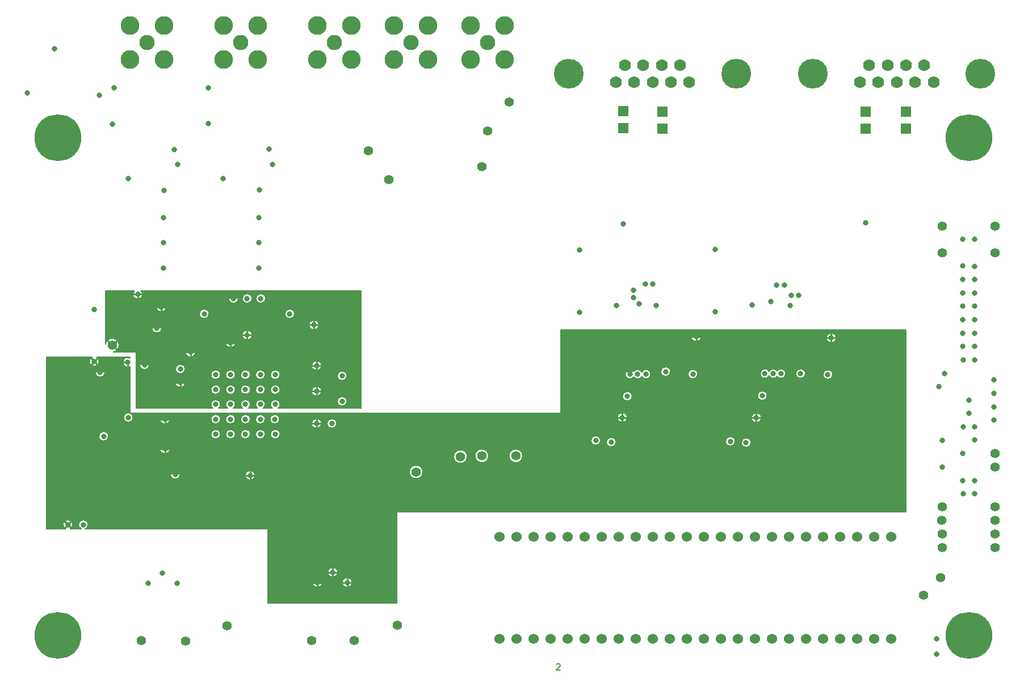
<source format=gbr>
%FSLAX23Y23*%
%MOIN*%
G04 EasyPC Gerber Version 17.0 Build 3379 *
%ADD14R,0.06000X0.06000*%
%ADD10C,0.00500*%
%ADD11C,0.01000*%
%ADD70C,0.03200*%
%ADD19C,0.05600*%
%ADD13C,0.06000*%
%ADD17C,0.07000*%
%ADD15C,0.09000*%
%ADD16C,0.11000*%
%ADD18C,0.17500*%
%ADD12C,0.27500*%
X0Y0D02*
D02*
D10*
X324Y903D02*
G75*
G02X309Y928I14J25D01*
G01*
G75*
G02X366I29*
G01*
G75*
G02X351Y903I-29*
G01*
X416*
G75*
G02X400Y928I11J25*
G01*
G75*
G02X455I28*
G01*
G75*
G02X439Y903I-28*
G01*
X1513*
Y468*
X2268*
Y1002*
X5258*
Y2072*
X3233*
Y1583*
X704*
G75*
G02X720Y1558I-11J-25*
G01*
G75*
G02X665I-28*
G01*
G75*
G02X703Y1583I28*
G01*
Y1858*
G75*
G02X659Y1883I-15J24*
G01*
G75*
G02X703Y1907I29*
G01*
Y1913*
X506*
G75*
G02X521Y1888I-14J-25*
G01*
G75*
G02X464I-29*
G01*
G75*
G02X479Y1913I29*
G01*
X213*
Y903*
X324*
X500Y1823D02*
G75*
G02X555I28D01*
G01*
G75*
G02X500I-28*
G01*
X520Y1448D02*
G75*
G02X575I28D01*
G01*
G75*
G02X520I-28*
G01*
X879Y1373D02*
G75*
G02X936I29D01*
G01*
G75*
G02X879I-29*
G01*
Y1548D02*
G75*
G02X936I29D01*
G01*
G75*
G02X879I-29*
G01*
X940Y1223D02*
G75*
G02X995I28D01*
G01*
G75*
G02X940I-28*
G01*
X1178Y1460D02*
G75*
G02X1233I28D01*
G01*
G75*
G02X1178I-28*
G01*
Y1548D02*
G75*
G02X1233I28D01*
G01*
G75*
G02X1178I-28*
G01*
X1265Y1460D02*
G75*
G02X1320I28D01*
G01*
G75*
G02X1265I-28*
G01*
Y1548D02*
G75*
G02X1320I28D01*
G01*
G75*
G02X1265I-28*
G01*
X1353Y1460D02*
G75*
G02X1408I28D01*
G01*
G75*
G02X1353I-28*
G01*
Y1548D02*
G75*
G02X1408I28D01*
G01*
G75*
G02X1353I-28*
G01*
X1379Y1218D02*
G75*
G02X1436I29D01*
G01*
G75*
G02X1379I-29*
G01*
X1440Y1460D02*
G75*
G02X1495I28D01*
G01*
G75*
G02X1440I-28*
G01*
Y1548D02*
G75*
G02X1495I28D01*
G01*
G75*
G02X1440I-28*
G01*
X1525D02*
G75*
G02X1580I28D01*
G01*
G75*
G02X1525I-28*
G01*
X1528Y1460D02*
G75*
G02X1583I28D01*
G01*
G75*
G02X1528I-28*
G01*
X1769Y1523D02*
G75*
G02X1826I29D01*
G01*
G75*
G02X1769I-29*
G01*
X1774Y588D02*
G75*
G02X1831I29D01*
G01*
G75*
G02X1774I-29*
G01*
X1860Y1523D02*
G75*
G02X1915I28D01*
G01*
G75*
G02X1860I-28*
G01*
X1864Y648D02*
G75*
G02X1921I29D01*
G01*
G75*
G02X1864I-29*
G01*
X1949Y588D02*
G75*
G02X2006I29D01*
G01*
G75*
G02X1949I-29*
G01*
X2343Y1238D02*
G75*
G02X2422I40D01*
G01*
G75*
G02X2343I-40*
G01*
X2603Y1328D02*
G75*
G02X2682I40D01*
G01*
G75*
G02X2603I-40*
G01*
X2768Y1372D02*
G75*
G02Y1293J-40D01*
G01*
G75*
G02Y1372J40*
G01*
X2968D02*
G75*
G02Y1293J-40D01*
G01*
G75*
G02Y1372J40*
G01*
X3410Y1423D02*
G75*
G02X3465I28D01*
G01*
G75*
G02X3410I-28*
G01*
X3500Y1413D02*
G75*
G02X3555I28D01*
G01*
G75*
G02X3500I-28*
G01*
X3564Y1558D02*
G75*
G02X3621I29D01*
G01*
G75*
G02X3564I-29*
G01*
X3595Y1683D02*
G75*
G02X3650I28D01*
G01*
G75*
G02X3595I-28*
G01*
X3660Y1797D02*
G75*
G02X3610Y1813I-23J16D01*
G01*
G75*
G02X3660Y1828I28*
G01*
G75*
G02X3708Y1824I23J-16*
G01*
G75*
G02X3760Y1813I25J-11*
G01*
G75*
G02X3708Y1801I-28*
G01*
G75*
G02X3660Y1797I-25J11*
G01*
X3820Y1828D02*
G75*
G02X3875I28D01*
G01*
G75*
G02X3820I-28*
G01*
X3980Y1813D02*
G75*
G02X4035I28D01*
G01*
G75*
G02X3980I-28*
G01*
X3999Y2033D02*
G75*
G02X4056I29D01*
G01*
G75*
G02X3999I-29*
G01*
X4200Y1418D02*
G75*
G02X4255I28D01*
G01*
G75*
G02X4200I-28*
G01*
X4293Y1411D02*
G75*
G02X4348I28D01*
G01*
G75*
G02X4293I-28*
G01*
X4352Y1556D02*
G75*
G02X4409I29D01*
G01*
G75*
G02X4352I-29*
G01*
X4388Y1686D02*
G75*
G02X4443I28D01*
G01*
G75*
G02X4388I-28*
G01*
X4455Y1804D02*
G75*
G02X4403Y1816I-25J11D01*
G01*
G75*
G02X4455Y1827I28*
G01*
G75*
G02X4503Y1831I25J-11*
G01*
G75*
G02X4553Y1816I23J-16*
G01*
G75*
G02X4503Y1800I-28*
G01*
G75*
G02X4455Y1804I-23J16*
G01*
X4613Y1816D02*
G75*
G02X4668I28D01*
G01*
G75*
G02X4613I-28*
G01*
X4773Y1811D02*
G75*
G02X4828I28D01*
G01*
G75*
G02X4773I-28*
G01*
X4792Y2026D02*
G75*
G02X4849I29D01*
G01*
G75*
G02X4792I-29*
G01*
X213Y1823D02*
G36*
Y1448D01*
X520*
G75*
G02X575I28*
G01*
X1181*
G75*
G02X1178Y1460I24J12*
G01*
G75*
G02X1233I28*
G01*
G75*
G02X1229Y1448I-28J0*
G01*
X1268*
G75*
G02X1265Y1460I24J12*
G01*
G75*
G02X1320I28*
G01*
G75*
G02X1317Y1448I-28J0*
G01*
X1356*
G75*
G02X1353Y1460I24J12*
G01*
G75*
G02X1408I28*
G01*
G75*
G02X1404Y1448I-28J0*
G01*
X1443*
G75*
G02X1440Y1460I24J12*
G01*
G75*
G02X1495I28*
G01*
G75*
G02X1492Y1448I-28J0*
G01*
X1531*
G75*
G02X1528Y1460I24J12*
G01*
G75*
G02X1583I28*
G01*
G75*
G02X1579Y1448I-28J0*
G01*
X3426*
G75*
G02X3449I11J-25*
G01*
X5258*
Y1548*
X4407*
G75*
G02X4353I-27J8*
G01*
X3619*
G75*
G02X3566I-27J10*
G01*
X1899*
G75*
G02X1915Y1523I-11J-25*
G01*
G75*
G02X1860I-28*
G01*
G75*
G02X1876Y1548I28*
G01*
X1811*
G75*
G02X1826Y1523I-14J-25*
G01*
G75*
G02X1769I-29*
G01*
G75*
G02X1784Y1548I29*
G01*
X1580*
G75*
G02X1525I-28*
G01*
X1495*
G75*
G02X1440I-28*
G01*
X1408*
G75*
G02X1353I-28*
G01*
X1320*
G75*
G02X1265I-28*
G01*
X1233*
G75*
G02X1178I-28*
G01*
X936*
G75*
G02X879I-29*
G01*
X718*
G75*
G02X665Y1558I-26J10*
G01*
G75*
G02X703Y1583I28*
G01*
Y1823*
X555*
G75*
G02X500I-28*
G01*
X213*
G37*
X500D02*
G36*
G75*
G02X555I28D01*
G01*
X703*
Y1858*
G75*
G02X659Y1883I-15J24*
G01*
G75*
G02X703Y1907I29*
G01*
Y1913*
X506*
G75*
G02X521Y1888I-14J-25*
G01*
G75*
G02X464I-29*
G01*
G75*
G02X479Y1913I29*
G01*
X213*
Y1823*
X500*
G37*
X3233D02*
G36*
Y1683D01*
X3595*
G75*
G02X3650I28*
G01*
X4388*
G75*
G02X4388Y1686I27J3*
G01*
G75*
G02X4443I28*
G01*
G75*
G02X4442Y1683I-28J0*
G01*
X5258*
Y1823*
X4825*
G75*
G02X4828Y1811I-25J-12*
G01*
G75*
G02X4773I-28*
G01*
G75*
G02X4775Y1823I28*
G01*
X4667*
G75*
G02X4668Y1816I-27J-7*
G01*
G75*
G02X4613I-28*
G01*
G75*
G02X4614Y1823I28*
G01*
X4552*
G75*
G02X4553Y1816I-27J-7*
G01*
G75*
G02X4503Y1800I-28*
G01*
G75*
G02X4455Y1804I-23J16*
G01*
G75*
G02X4403Y1816I-25J11*
G01*
G75*
G02X4404Y1823I28*
G01*
X4033*
G75*
G02X4035Y1813I-26J-10*
G01*
G75*
G02X3980I-28*
G01*
G75*
G02X3982Y1823I28J0*
G01*
X3875*
G75*
G02X3820I-27J5*
G01*
X3758*
G75*
G02X3760Y1813I-26J-10*
G01*
G75*
G02X3708Y1801I-28*
G01*
G75*
G02X3660Y1797I-25J11*
G01*
G75*
G02X3610Y1813I-23J16*
G01*
G75*
G02X3612Y1823I28J0*
G01*
X3233*
G37*
X3612D02*
G36*
G75*
G02X3660Y1828I26J-10D01*
G01*
G75*
G02X3708Y1824I23J-16*
G01*
G75*
G02X3758Y1823I25J-11*
G01*
X3820*
G75*
G02X3820Y1828I27J5*
G01*
G75*
G02X3875I28*
G01*
G75*
G02X3875Y1823I-28J0*
G01*
X3982*
G75*
G02X4033I26J-10*
G01*
X4404*
G75*
G02X4455Y1827I27J-7*
G01*
G75*
G02X4503Y1831I25J-11*
G01*
G75*
G02X4552Y1823I23J-16*
G01*
X4614*
G75*
G02X4667I27J-7*
G01*
X4775*
G75*
G02X4825I25J-12*
G01*
X5258*
Y2033*
X4848*
G75*
G02X4849Y2026I-28J-7*
G01*
G75*
G02X4792I-29*
G01*
G75*
G02X4793Y2033I29J0*
G01*
X4056*
G75*
G02X3999I-29*
G01*
X3233*
Y1823*
X3612*
G37*
X213Y1448D02*
G36*
Y1413D01*
X3412*
G75*
G02X3410Y1423I26J10*
G01*
G75*
G02X3426Y1448I28*
G01*
X1579*
G75*
G02X1531I-24J13*
G01*
X1492*
G75*
G02X1443I-24J13*
G01*
X1404*
G75*
G02X1356I-24J13*
G01*
X1317*
G75*
G02X1268I-24J13*
G01*
X1229*
G75*
G02X1181I-24J13*
G01*
X575*
G75*
G02X520I-28*
G01*
X213*
G37*
X3449D02*
G36*
G75*
G02X3465Y1423I-11J-25D01*
G01*
G75*
G02X3463Y1413I-28*
G01*
X3500*
G75*
G02X3555I28*
G01*
X4200*
G75*
G02X4200Y1418I27J5*
G01*
G75*
G02X4255I28*
G01*
G75*
G02X4255Y1413I-28J0*
G01*
X4293*
G75*
G02X4348I27J-2*
G01*
X5258*
Y1448*
X3449*
G37*
X213Y1373D02*
G36*
Y1328D01*
X2603*
G75*
G02X2682I40*
G01*
X2728*
G75*
G02X2768Y1372I39J5*
G01*
G75*
G02X2807Y1328J-40*
G01*
X2928*
G75*
G02X2968Y1372I39J5*
G01*
G75*
G02X3007Y1328J-40*
G01*
X5258*
Y1373*
X936*
G75*
G02X879I-29*
G01*
X213*
G37*
X879D02*
G36*
G75*
G02X936I29D01*
G01*
X5258*
Y1413*
X4348*
G75*
G02X4348Y1411I-27J-2*
G01*
G75*
G02X4293I-28*
G01*
G75*
G02X4293Y1413I27J0*
G01*
X4255*
G75*
G02X4200I-27J5*
G01*
X3555*
G75*
G02X3500I-28*
G01*
X3463*
G75*
G02X3412I-26J10*
G01*
X213*
Y1373*
X879*
G37*
Y1548D02*
G36*
G75*
G02X936I29D01*
G01*
X1178*
G75*
G02X1233I28*
G01*
X1265*
G75*
G02X1320I28*
G01*
X1353*
G75*
G02X1408I28*
G01*
X1440*
G75*
G02X1495I28*
G01*
X1525*
G75*
G02X1580I28*
G01*
X1784*
G75*
G02X1811I14J-25*
G01*
X1876*
G75*
G02X1899I11J-25*
G01*
X3566*
G75*
G02X3564Y1558I27J10*
G01*
G75*
G02X3621I29*
G01*
G75*
G02X3619Y1548I-29J0*
G01*
X4353*
G75*
G02X4352Y1556I27J8*
G01*
G75*
G02X4409I29*
G01*
G75*
G02X4407Y1548I-29J0*
G01*
X5258*
Y1683*
X4442*
G75*
G02X4388I-27J3*
G01*
X3650*
G75*
G02X3595I-28*
G01*
X3233*
Y1583*
X704*
G75*
G02X720Y1558I-11J-25*
G01*
G75*
G02X718Y1548I-28*
G01*
X879*
G37*
X213Y1223D02*
G36*
Y903D01*
X324*
G75*
G02X309Y928I14J25*
G01*
G75*
G02X366I29*
G01*
G75*
G02X351Y903I-29*
G01*
X416*
G75*
G02X400Y928I11J25*
G01*
G75*
G02X455I28*
G01*
G75*
G02X439Y903I-28*
G01*
X1513*
Y648*
X1864*
G75*
G02X1921I29*
G01*
X2268*
Y1002*
X5258*
Y1223*
X2419*
G75*
G02X2346I-37J15*
G01*
X1436*
G75*
G02X1436Y1218I-28J-5*
G01*
G75*
G02X1379I-29*
G01*
G75*
G02X1379Y1223I29J0*
G01*
X995*
G75*
G02X940I-28*
G01*
X213*
G37*
X940D02*
G36*
G75*
G02X995I28D01*
G01*
X1379*
G75*
G02X1436I28J-5*
G01*
X2346*
G75*
G02X2343Y1238I37J15*
G01*
G75*
G02X2422I40*
G01*
G75*
G02X2419Y1223I-40J0*
G01*
X5258*
Y1328*
X3007*
G75*
G02X2968Y1293I-39J5*
G01*
G75*
G02X2928Y1328J40*
G01*
X2807*
G75*
G02X2768Y1293I-39J5*
G01*
G75*
G02X2728Y1328J40*
G01*
X2682*
G75*
G02X2603I-40*
G01*
X213*
Y1223*
X940*
G37*
X1513Y588D02*
G36*
Y468D01*
X2268*
Y588*
X2006*
G75*
G02X1949I-29*
G01*
X1831*
G75*
G02X1774I-29*
G01*
X1513*
G37*
X1774D02*
G36*
G75*
G02X1831I29D01*
G01*
X1949*
G75*
G02X2006I29*
G01*
X2268*
Y648*
X1921*
G75*
G02X1864I-29*
G01*
X1513*
Y588*
X1774*
G37*
X3999Y2033D02*
G36*
G75*
G02X4056I29D01*
G01*
X4793*
G75*
G02X4848I28J-7*
G01*
X5258*
Y2072*
X3233*
Y2033*
X3999*
G37*
X558Y1989D02*
G75*
G02X638Y1983I40J-6D01*
G01*
G75*
G02X604Y1942I-41*
G01*
X738*
Y1613*
X1189*
G75*
G02X1178Y1635I16J23*
G01*
G75*
G02X1233I28*
G01*
G75*
G02X1221Y1613I-28*
G01*
X1277*
G75*
G02X1265Y1635I16J23*
G01*
G75*
G02X1320I28*
G01*
G75*
G02X1308Y1613I-28*
G01*
X1364*
G75*
G02X1353Y1635I16J23*
G01*
G75*
G02X1408I28*
G01*
G75*
G02X1396Y1613I-28*
G01*
X1452*
G75*
G02X1440Y1635I16J23*
G01*
G75*
G02X1495I28*
G01*
G75*
G02X1483Y1613I-28*
G01*
X1539*
G75*
G02X1528Y1635I16J23*
G01*
G75*
G02X1583I28*
G01*
G75*
G02X1571Y1613I-28*
G01*
X2058*
Y2303*
X768*
G75*
G02X776Y2283I-20J-20*
G01*
G75*
G02X719I-29*
G01*
G75*
G02X727Y2303I29*
G01*
X558*
Y1989*
X760Y1868D02*
G75*
G02X815I28D01*
G01*
G75*
G02X760I-28*
G01*
X833Y2083D02*
G75*
G02X888I28D01*
G01*
G75*
G02X833I-28*
G01*
X857Y2208D02*
G75*
G02X914I29D01*
G01*
G75*
G02X857I-29*
G01*
X969Y1763D02*
G75*
G02X1026I29D01*
G01*
G75*
G02X969I-29*
G01*
X970Y1843D02*
G75*
G02X1025I28D01*
G01*
G75*
G02X970I-28*
G01*
X1029Y1942D02*
G75*
G02X1086I29D01*
G01*
G75*
G02X1029I-29*
G01*
X1110Y2168D02*
G75*
G02X1165I28D01*
G01*
G75*
G02X1110I-28*
G01*
X1178Y1722D02*
G75*
G02X1233I28D01*
G01*
G75*
G02X1178I-28*
G01*
Y1810D02*
G75*
G02X1233I28D01*
G01*
G75*
G02X1178I-28*
G01*
X1264Y1998D02*
G75*
G02X1321I29D01*
G01*
G75*
G02X1264I-29*
G01*
X1265Y1722D02*
G75*
G02X1320I28D01*
G01*
G75*
G02X1265I-28*
G01*
Y1810D02*
G75*
G02X1320I28D01*
G01*
G75*
G02X1265I-28*
G01*
X1283Y2258D02*
G75*
G02X1338I28D01*
G01*
G75*
G02X1283I-28*
G01*
X1353Y1722D02*
G75*
G02X1408I28D01*
G01*
G75*
G02X1353I-28*
G01*
Y1810D02*
G75*
G02X1408I28D01*
G01*
G75*
G02X1353I-28*
G01*
X1361Y2043D02*
G75*
G02X1419I29D01*
G01*
G75*
G02X1361I-29*
G01*
X1363Y2258D02*
G75*
G02X1418I28D01*
G01*
G75*
G02X1363I-28*
G01*
X1440Y1722D02*
G75*
G02X1495I28D01*
G01*
G75*
G02X1440I-28*
G01*
Y1810D02*
G75*
G02X1495I28D01*
G01*
G75*
G02X1440I-28*
G01*
X1443Y2258D02*
G75*
G02X1498I28D01*
G01*
G75*
G02X1443I-28*
G01*
X1528Y1722D02*
G75*
G02X1583I28D01*
G01*
G75*
G02X1528I-28*
G01*
Y1810D02*
G75*
G02X1583I28D01*
G01*
G75*
G02X1528I-28*
G01*
X1613Y2168D02*
G75*
G02X1668I28D01*
G01*
G75*
G02X1613I-28*
G01*
X1754Y2103D02*
G75*
G02X1811I29D01*
G01*
G75*
G02X1754I-29*
G01*
X1769Y1713D02*
G75*
G02X1826I29D01*
G01*
G75*
G02X1769I-29*
G01*
Y1863D02*
G75*
G02X1826I29D01*
G01*
G75*
G02X1769I-29*
G01*
X1920Y1653D02*
G75*
G02X1975I28D01*
G01*
G75*
G02X1920I-28*
G01*
Y1803D02*
G75*
G02X1975I28D01*
G01*
G75*
G02X1920I-28*
G01*
X738Y1868D02*
G36*
Y1810D01*
X1178*
G75*
G02X1233I28*
G01*
X1265*
G75*
G02X1320I28*
G01*
X1353*
G75*
G02X1408I28*
G01*
X1440*
G75*
G02X1495I28*
G01*
X1528*
G75*
G02X1583I28*
G01*
X1921*
G75*
G02X1974I26J-8*
G01*
X2058*
Y1868*
X1826*
G75*
G02X1826Y1863I-28J-5*
G01*
G75*
G02X1769I-29*
G01*
G75*
G02X1769Y1868I29J0*
G01*
X1009*
G75*
G02X1025Y1843I-11J-25*
G01*
G75*
G02X970I-28*
G01*
G75*
G02X986Y1868I28*
G01*
X815*
G75*
G02X760I-28*
G01*
X738*
G37*
X760D02*
G36*
G75*
G02X815I28D01*
G01*
X986*
G75*
G02X1009I11J-25*
G01*
X1769*
G75*
G02X1826I28J-5*
G01*
X2058*
Y1942*
X1086*
G75*
G02X1029I-29*
G01*
X604*
X738*
Y1868*
X760*
G37*
X558Y2083D02*
G36*
Y2043D01*
X1361*
G75*
G02X1419I29*
G01*
X2058*
Y2083*
X1803*
G75*
G02X1762I-20J20*
G01*
X888*
G75*
G02X833I-28*
G01*
X558*
G37*
X833D02*
G36*
G75*
G02X888I28D01*
G01*
X1762*
G75*
G02X1754Y2103I20J20*
G01*
G75*
G02X1811I29*
G01*
G75*
G02X1803Y2083I-29*
G01*
X2058*
Y2168*
X1668*
G75*
G02X1613I-28*
G01*
X1165*
G75*
G02X1110I-28*
G01*
X558*
Y2083*
X833*
G37*
X558Y2208D02*
G36*
Y2168D01*
X1110*
G75*
G02X1165I28*
G01*
X1613*
G75*
G02X1668I28*
G01*
X2058*
Y2208*
X914*
G75*
G02X857I-29*
G01*
X558*
G37*
X857D02*
G36*
G75*
G02X914I29D01*
G01*
X2058*
Y2258*
X1498*
G75*
G02X1443I-28*
G01*
X1418*
G75*
G02X1363I-28*
G01*
X1338*
G75*
G02X1283I-28*
G01*
X761*
G75*
G02X719Y2283I-14J25*
G01*
G75*
G02X727Y2303I29*
G01*
X558*
Y2208*
X857*
G37*
X738Y1763D02*
G36*
Y1722D01*
X1178*
G75*
G02X1233I28*
G01*
X1265*
G75*
G02X1320I28*
G01*
X1353*
G75*
G02X1408I28*
G01*
X1440*
G75*
G02X1495I28*
G01*
X1528*
G75*
G02X1583I28*
G01*
X1771*
G75*
G02X1824I27J-10*
G01*
X2058*
Y1763*
X1026*
G75*
G02X969I-29*
G01*
X738*
G37*
X969D02*
G36*
G75*
G02X1026I29D01*
G01*
X2058*
Y1810*
X1974*
G75*
G02X1975Y1803I-26J-8*
G01*
G75*
G02X1920I-28*
G01*
G75*
G02X1921Y1810I27J0*
G01*
X1583*
G75*
G02X1528I-28*
G01*
X1495*
G75*
G02X1440I-28*
G01*
X1408*
G75*
G02X1353I-28*
G01*
X1320*
G75*
G02X1265I-28*
G01*
X1233*
G75*
G02X1178I-28*
G01*
X738*
Y1763*
X969*
G37*
X1029Y1942D02*
G36*
G75*
G02X1086I29D01*
G01*
X2058*
Y1998*
X1321*
G75*
G02X1264I-29*
G01*
X635*
G75*
G02X638Y1983I-38J-15*
G01*
G75*
G02X604Y1942I-41*
G01*
X1029*
G37*
X738Y1722D02*
G36*
Y1613D01*
X1189*
G75*
G02X1178Y1635I16J23*
G01*
G75*
G02X1233I28*
G01*
G75*
G02X1221Y1613I-28*
G01*
X1277*
G75*
G02X1265Y1635I16J23*
G01*
G75*
G02X1320I28*
G01*
G75*
G02X1308Y1613I-28*
G01*
X1364*
G75*
G02X1353Y1635I16J23*
G01*
G75*
G02X1408I28*
G01*
G75*
G02X1396Y1613I-28*
G01*
X1452*
G75*
G02X1440Y1635I16J23*
G01*
G75*
G02X1495I28*
G01*
G75*
G02X1483Y1613I-28*
G01*
X1539*
G75*
G02X1528Y1635I16J23*
G01*
G75*
G02X1576Y1653I28*
G01*
X1920*
G75*
G02X1975I28*
G01*
X2058*
Y1722*
X1824*
G75*
G02X1826Y1713I-27J-10*
G01*
G75*
G02X1769I-29*
G01*
G75*
G02X1771Y1722I29J0*
G01*
X1583*
G75*
G02X1528I-28*
G01*
X1495*
G75*
G02X1440I-28*
G01*
X1408*
G75*
G02X1353I-28*
G01*
X1320*
G75*
G02X1265I-28*
G01*
X1233*
G75*
G02X1178I-28*
G01*
X738*
G37*
X1264Y1998D02*
G36*
G75*
G02X1321I29D01*
G01*
X2058*
Y2043*
X1419*
G75*
G02X1361I-29*
G01*
X558*
Y1989*
G75*
G02X635Y1998I40J-6*
G01*
X1264*
G37*
X1283Y2258D02*
G36*
G75*
G02X1338I28D01*
G01*
X1363*
G75*
G02X1418I28*
G01*
X1443*
G75*
G02X1498I28*
G01*
X2058*
Y2303*
X768*
G75*
G02X776Y2283I-20J-20*
G01*
G75*
G02X761Y2258I-29*
G01*
X1283*
G37*
X1576Y1653D02*
G36*
G75*
G02X1583Y1635I-21J-18D01*
G01*
G75*
G02X1571Y1613I-28*
G01*
X2058*
Y1653*
X1975*
G75*
G02X1920I-28*
G01*
X1576*
G37*
X3230Y72D02*
X3205D01*
X3227Y94*
X3230Y100*
X3227Y106*
X3221Y109*
X3211*
X3205Y106*
D02*
D11*
X330Y920D02*
X316Y906D01*
X330Y935D02*
X316Y949D01*
X345Y920D02*
X359Y906D01*
X345Y935D02*
X359Y949D01*
X485Y1880D02*
X471Y1866D01*
X485Y1895D02*
X471Y1909D01*
X500Y1880D02*
X514Y1866D01*
X500Y1895D02*
X514Y1909D01*
X581Y1999D02*
X567Y2013D01*
X614Y1966D02*
X628Y1952D01*
X614Y1999D02*
X628Y2013D01*
X676Y1883D02*
X656D01*
X688Y1872D02*
Y1852D01*
X737Y2283D02*
X717D01*
X748Y2272D02*
Y2252D01*
X759Y2283D02*
X779D01*
X874Y2208D02*
X854D01*
X885Y2197D02*
Y2177D01*
Y2219D02*
Y2239D01*
X896Y2208D02*
X916D01*
X897Y1373D02*
X876D01*
X897Y1548D02*
X876D01*
X908Y1361D02*
Y1341D01*
Y1384D02*
Y1404D01*
Y1537D02*
Y1516D01*
Y1559D02*
Y1579D01*
X919Y1373D02*
X939D01*
X919Y1548D02*
X939D01*
X987Y1763D02*
X967D01*
X998Y1752D02*
Y1732D01*
Y1774D02*
Y1794D01*
X1009Y1763D02*
X1029D01*
X1047Y1942D02*
X1027D01*
X1058Y1932D02*
Y1911D01*
Y1954D02*
Y1974D01*
X1069Y1942D02*
X1089D01*
X1282Y1998D02*
X1262D01*
X1293Y1986D02*
Y1966D01*
Y2009D02*
Y2029D01*
X1304Y1998D02*
X1324D01*
X1379Y2043D02*
X1359D01*
X1390Y2031D02*
Y2011D01*
Y2054D02*
Y2074D01*
X1397Y1218D02*
X1377D01*
X1401Y2043D02*
X1421D01*
X1408Y1207D02*
Y1187D01*
Y1229D02*
Y1249D01*
X1419Y1218D02*
X1438D01*
X1772Y2103D02*
X1752D01*
X1783Y2092D02*
Y2072D01*
Y2114D02*
Y2134D01*
X1786Y1523D02*
X1766D01*
X1786Y1713D02*
X1766D01*
X1786Y1863D02*
X1766D01*
X1791Y588D02*
X1772D01*
X1794Y2103D02*
X1813D01*
X1798Y1512D02*
Y1492D01*
Y1534D02*
Y1554D01*
Y1702D02*
Y1682D01*
Y1724D02*
Y1744D01*
Y1852D02*
Y1831D01*
Y1874D02*
Y1894D01*
X1803Y577D02*
Y556D01*
Y599D02*
Y619D01*
X1809Y1523D02*
X1829D01*
X1809Y1713D02*
X1829D01*
X1809Y1863D02*
X1829D01*
X1813Y588D02*
X1834D01*
X1881Y648D02*
X1861D01*
X1893Y636D02*
Y617D01*
Y659D02*
Y679D01*
X1904Y648D02*
X1924D01*
X1966Y588D02*
X1947D01*
X1978Y577D02*
Y556D01*
Y599D02*
Y619D01*
X1988Y588D02*
X2009D01*
X3582Y1558D02*
X3562D01*
X3593Y1547D02*
Y1527D01*
Y1569D02*
Y1589D01*
X3603Y1558D02*
X3624D01*
X4017Y2033D02*
X3997D01*
X4028Y2022D02*
Y2002D01*
Y2044D02*
Y2063D01*
X4038Y2033D02*
X4059D01*
X4369Y1556D02*
X4349D01*
X4380Y1545D02*
Y1525D01*
Y1567D02*
Y1587D01*
X4391Y1556D02*
X4411D01*
X4809Y2026D02*
X4789D01*
X4820Y2015D02*
Y1995D01*
Y2037D02*
Y2057D01*
X4831Y2026D02*
X4851D01*
D02*
D12*
X278Y278D03*
Y3203D03*
X5628Y278D03*
Y3203D03*
D02*
D13*
X2873Y258D03*
Y858D03*
X2973Y258D03*
Y858D03*
X3073Y258D03*
Y858D03*
X3173Y258D03*
Y858D03*
X3273Y258D03*
Y858D03*
X3373Y258D03*
Y858D03*
X3473Y258D03*
Y858D03*
X3572Y258D03*
Y858D03*
X3673Y258D03*
Y858D03*
X3773Y258D03*
Y858D03*
X3873Y258D03*
Y858D03*
X3973Y258D03*
Y858D03*
X4072Y258D03*
Y858D03*
X4173Y258D03*
Y858D03*
X4273Y258D03*
Y858D03*
X4372Y258D03*
Y858D03*
X4473Y258D03*
Y858D03*
X4572Y258D03*
Y858D03*
X4673Y258D03*
Y858D03*
X4773Y258D03*
Y858D03*
X4872Y258D03*
Y858D03*
X4973Y258D03*
Y858D03*
X5072Y258D03*
Y858D03*
X5173Y258D03*
Y858D03*
D02*
D14*
X3599Y3259D03*
Y3359D03*
X3828Y3257D03*
Y3358D03*
X5021Y3258D03*
Y3358D03*
X5258Y3257D03*
Y3358D03*
D02*
D15*
X803Y3763D03*
X1353D03*
X1903D03*
X2353D03*
X2803D03*
D02*
D16*
X703Y3663D03*
Y3863D03*
X903Y3663D03*
Y3863D03*
X1252Y3663D03*
Y3863D03*
X1453Y3663D03*
Y3863D03*
X1803Y3663D03*
Y3863D03*
X2003Y3663D03*
Y3863D03*
X2253Y3663D03*
Y3863D03*
X2453Y3663D03*
Y3863D03*
X2703Y3663D03*
Y3863D03*
X2903Y3663D03*
Y3863D03*
D02*
D17*
X3555Y3531D03*
X3609Y3631D03*
X3663Y3531D03*
X3717Y3631D03*
X3771Y3531D03*
X3825Y3631D03*
X3879Y3531D03*
X3933Y3631D03*
X3987Y3531D03*
X4989D03*
X5043Y3631D03*
X5097Y3531D03*
X5151Y3631D03*
X5205Y3531D03*
X5259Y3631D03*
X5313Y3531D03*
X5367Y3631D03*
X5421Y3531D03*
D02*
D18*
X3279Y3581D03*
X4263D03*
X4713D03*
X5697D03*
D02*
D19*
X598Y1983D03*
X768Y248D03*
X1028Y243D03*
X1273Y333D03*
X1768Y248D03*
X2018D03*
X2103Y3128D03*
X2223Y2958D03*
X2273Y338D03*
X2383Y1238D03*
X2643Y1328D03*
X2768Y1333D03*
Y3033D03*
X2803Y3243D03*
X2928Y3413D03*
X2968Y1333D03*
X5363Y513D03*
X5463Y618D03*
X5468Y953D03*
X5473Y793D03*
Y873D03*
Y1033D03*
Y2528D03*
Y2683D03*
X5783Y793D03*
Y873D03*
Y953D03*
Y1033D03*
Y1268D03*
Y1348D03*
Y2528D03*
Y2683D03*
D02*
D70*
X98Y3468D03*
X258Y3728D03*
X338Y928D03*
X428D03*
X493Y1888D03*
Y2192D03*
X523Y3453D03*
X527Y1823D03*
X548Y1448D03*
X598Y3283D03*
X608Y3498D03*
X688Y1883D03*
X693Y1558D03*
Y2963D03*
X748Y2283D03*
X788Y1868D03*
X808Y583D03*
X860Y2083D03*
X885Y2208D03*
X892Y643D03*
X898Y2438D03*
Y2588D03*
Y2733D03*
X903Y2893D03*
X908Y1373D03*
Y1548D03*
X963Y3133D03*
X968Y1223D03*
X978Y583D03*
X983Y3048D03*
X998Y1763D03*
Y1843D03*
X1058Y1942D03*
X1138Y2168D03*
X1163Y3288D03*
Y3498D03*
X1205Y1460D03*
Y1548D03*
Y1635D03*
Y1722D03*
Y1810D03*
X1248Y2963D03*
X1293Y1460D03*
Y1548D03*
Y1635D03*
Y1722D03*
Y1810D03*
Y1998D03*
X1310Y2258D03*
X1380Y1460D03*
Y1548D03*
Y1635D03*
Y1722D03*
Y1810D03*
X1390Y2043D03*
Y2258D03*
X1408Y1218D03*
X1458Y2438D03*
Y2588D03*
Y2733D03*
X1463Y2898D03*
X1468Y1460D03*
Y1548D03*
Y1635D03*
Y1722D03*
Y1810D03*
X1470Y2258D03*
X1518Y3138D03*
X1538Y3048D03*
X1553Y1548D03*
X1555Y1460D03*
Y1635D03*
Y1722D03*
Y1810D03*
X1640Y2168D03*
X1783Y2103D03*
X1798Y1523D03*
Y1713D03*
Y1863D03*
X1803Y588D03*
X1888Y1523D03*
X1893Y648D03*
X1948Y1653D03*
Y1803D03*
X1978Y588D03*
X3343Y2178D03*
Y2543D03*
X3438Y1423D03*
X3528Y1413D03*
X3558Y2217D03*
X3593Y1558D03*
X3598Y2698D03*
X3623Y1683D03*
X3638Y1813D03*
X3658Y2263D03*
Y2308D03*
X3683Y1813D03*
X3693Y2228D03*
X3728Y2342D03*
X3733Y1813D03*
X3773Y2342D03*
X3793Y2217D03*
X3848Y1828D03*
X4008Y1813D03*
X4028Y2033D03*
X4140Y2181D03*
Y2546D03*
X4228Y1418D03*
X4320Y1411D03*
X4355Y2221D03*
X4380Y1556D03*
X4415Y1686D03*
X4430Y1816D03*
X4465Y2241D03*
X4480Y1816D03*
X4500Y2336D03*
X4525Y1816D03*
X4545Y2336D03*
X4580Y2216D03*
X4585Y2276D03*
X4630D03*
X4640Y1816D03*
X4800Y1811D03*
X4820Y2026D03*
X5023Y2703D03*
X5438Y168D03*
Y258D03*
X5453Y1740D03*
X5473Y1268D03*
Y1423D03*
X5486Y1816D03*
X5591Y2369D03*
X5592Y2213D03*
Y2449D03*
X5593Y1188D03*
Y1345D03*
Y1976D03*
Y2054D03*
Y2133D03*
Y2291D03*
Y2606D03*
X5594Y1109D03*
Y1897D03*
X5595Y1503D03*
X5628Y1582D03*
X5629Y1661D03*
X5663Y1110D03*
Y1188D03*
Y1425D03*
Y1503D03*
Y1897D03*
Y1976D03*
Y2054D03*
Y2133D03*
Y2212D03*
Y2291D03*
Y2369D03*
Y2448D03*
Y2606D03*
X5775Y1542D03*
Y1621D03*
Y1700D03*
Y1780D03*
X0Y0D02*
M02*

</source>
